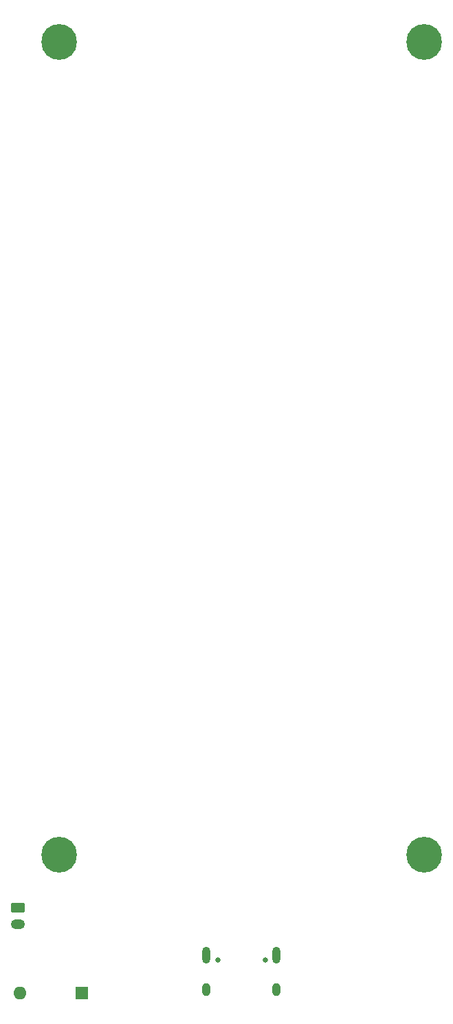
<source format=gbr>
%TF.GenerationSoftware,KiCad,Pcbnew,8.0.3*%
%TF.CreationDate,2024-06-13T15:47:36+01:00*%
%TF.ProjectId,PCB,5043422e-6b69-4636-9164-5f7063625858,rev?*%
%TF.SameCoordinates,Original*%
%TF.FileFunction,Soldermask,Bot*%
%TF.FilePolarity,Negative*%
%FSLAX46Y46*%
G04 Gerber Fmt 4.6, Leading zero omitted, Abs format (unit mm)*
G04 Created by KiCad (PCBNEW 8.0.3) date 2024-06-13 15:47:36*
%MOMM*%
%LPD*%
G01*
G04 APERTURE LIST*
G04 Aperture macros list*
%AMRoundRect*
0 Rectangle with rounded corners*
0 $1 Rounding radius*
0 $2 $3 $4 $5 $6 $7 $8 $9 X,Y pos of 4 corners*
0 Add a 4 corners polygon primitive as box body*
4,1,4,$2,$3,$4,$5,$6,$7,$8,$9,$2,$3,0*
0 Add four circle primitives for the rounded corners*
1,1,$1+$1,$2,$3*
1,1,$1+$1,$4,$5*
1,1,$1+$1,$6,$7*
1,1,$1+$1,$8,$9*
0 Add four rect primitives between the rounded corners*
20,1,$1+$1,$2,$3,$4,$5,0*
20,1,$1+$1,$4,$5,$6,$7,0*
20,1,$1+$1,$6,$7,$8,$9,0*
20,1,$1+$1,$8,$9,$2,$3,0*%
G04 Aperture macros list end*
%ADD10C,0.700000*%
%ADD11C,4.400000*%
%ADD12R,1.600000X1.600000*%
%ADD13O,1.600000X1.600000*%
%ADD14C,0.650000*%
%ADD15O,1.000000X2.100000*%
%ADD16O,1.000000X1.600000*%
%ADD17RoundRect,0.250000X-0.625000X0.350000X-0.625000X-0.350000X0.625000X-0.350000X0.625000X0.350000X0*%
%ADD18O,1.750000X1.200000*%
G04 APERTURE END LIST*
D10*
%TO.C,H4*%
X121350000Y-149500000D03*
X121833274Y-148333274D03*
X121833274Y-150666726D03*
X123000000Y-147850000D03*
D11*
X123000000Y-149500000D03*
D10*
X123000000Y-151150000D03*
X124166726Y-148333274D03*
X124166726Y-150666726D03*
X124650000Y-149500000D03*
%TD*%
%TO.C,H3*%
X76350000Y-49500000D03*
X76833274Y-48333274D03*
X76833274Y-50666726D03*
X78000000Y-47850000D03*
D11*
X78000000Y-49500000D03*
D10*
X78000000Y-51150000D03*
X79166726Y-48333274D03*
X79166726Y-50666726D03*
X79650000Y-49500000D03*
%TD*%
%TO.C,H2*%
X121350000Y-49500000D03*
X121833274Y-48333274D03*
X121833274Y-50666726D03*
X123000000Y-47850000D03*
D11*
X123000000Y-49500000D03*
D10*
X123000000Y-51150000D03*
X124166726Y-48333274D03*
X124166726Y-50666726D03*
X124650000Y-49500000D03*
%TD*%
%TO.C,H1*%
X76350000Y-149500000D03*
X76833274Y-148333274D03*
X76833274Y-150666726D03*
X78000000Y-147850000D03*
D11*
X78000000Y-149500000D03*
D10*
X78000000Y-151150000D03*
X79166726Y-148333274D03*
X79166726Y-150666726D03*
X79650000Y-149500000D03*
%TD*%
D12*
%TO.C,SW1*%
X80800000Y-166500000D03*
D13*
X73180000Y-166500000D03*
%TD*%
D14*
%TO.C,J1*%
X97610000Y-162400000D03*
X103390000Y-162400000D03*
D15*
X96180000Y-161870000D03*
D16*
X96180000Y-166050000D03*
D15*
X104820000Y-161870000D03*
D16*
X104820000Y-166050000D03*
%TD*%
D17*
%TO.C,JSTPH1*%
X72950000Y-156000000D03*
D18*
X72950000Y-158000000D03*
%TD*%
M02*

</source>
